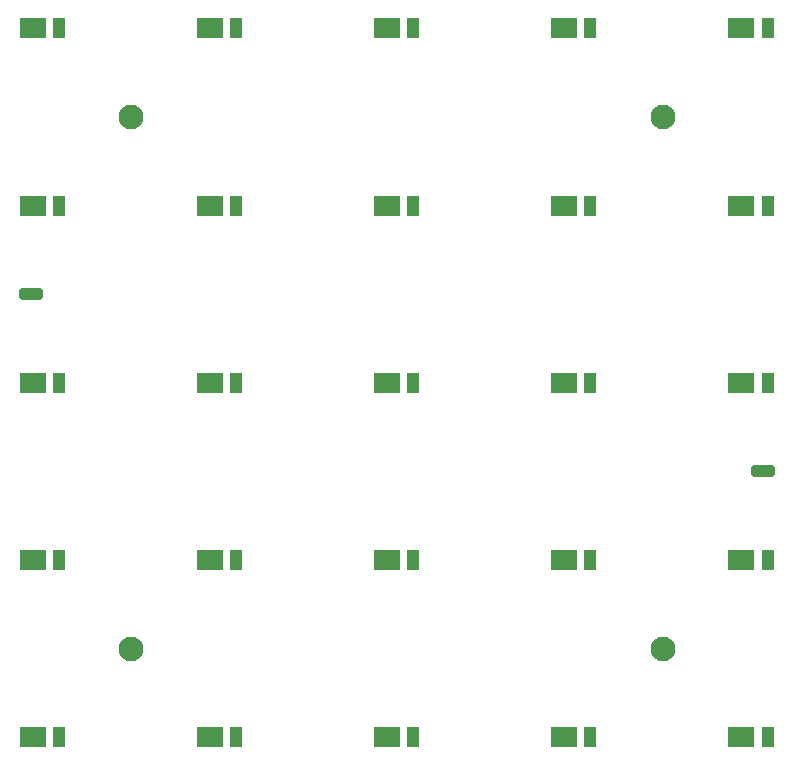
<source format=gts>
G04 #@! TF.GenerationSoftware,KiCad,Pcbnew,7.0.9*
G04 #@! TF.CreationDate,2024-01-01T14:08:29+01:00*
G04 #@! TF.ProjectId,LEDPcb,4c454450-6362-42e6-9b69-6361645f7063,rev?*
G04 #@! TF.SameCoordinates,Original*
G04 #@! TF.FileFunction,Soldermask,Top*
G04 #@! TF.FilePolarity,Negative*
%FSLAX46Y46*%
G04 Gerber Fmt 4.6, Leading zero omitted, Abs format (unit mm)*
G04 Created by KiCad (PCBNEW 7.0.9) date 2024-01-01 14:08:29*
%MOMM*%
%LPD*%
G01*
G04 APERTURE LIST*
G04 Aperture macros list*
%AMRoundRect*
0 Rectangle with rounded corners*
0 $1 Rounding radius*
0 $2 $3 $4 $5 $6 $7 $8 $9 X,Y pos of 4 corners*
0 Add a 4 corners polygon primitive as box body*
4,1,4,$2,$3,$4,$5,$6,$7,$8,$9,$2,$3,0*
0 Add four circle primitives for the rounded corners*
1,1,$1+$1,$2,$3*
1,1,$1+$1,$4,$5*
1,1,$1+$1,$6,$7*
1,1,$1+$1,$8,$9*
0 Add four rect primitives between the rounded corners*
20,1,$1+$1,$2,$3,$4,$5,0*
20,1,$1+$1,$4,$5,$6,$7,0*
20,1,$1+$1,$6,$7,$8,$9,0*
20,1,$1+$1,$8,$9,$2,$3,0*%
G04 Aperture macros list end*
%ADD10R,2.200000X1.800000*%
%ADD11R,1.100000X1.800000*%
%ADD12C,2.100000*%
%ADD13RoundRect,0.250000X-0.750000X-0.250000X0.750000X-0.250000X0.750000X0.250000X-0.750000X0.250000X0*%
G04 APERTURE END LIST*
D10*
X136605000Y-112550000D03*
D11*
X138845000Y-112550000D03*
D12*
X114950000Y-105050000D03*
D10*
X136605000Y-52550000D03*
D11*
X138845000Y-52550000D03*
D12*
X114950000Y-60050000D03*
D10*
X166605000Y-82550000D03*
D11*
X168845000Y-82550000D03*
D10*
X151605000Y-52550000D03*
D11*
X153845000Y-52550000D03*
D10*
X106605000Y-82550000D03*
D11*
X108845000Y-82550000D03*
D10*
X166605000Y-67550000D03*
D11*
X168845000Y-67550000D03*
D10*
X121605000Y-97550000D03*
D11*
X123845000Y-97550000D03*
D10*
X136605000Y-67550000D03*
D11*
X138845000Y-67550000D03*
D10*
X121605000Y-112550000D03*
D11*
X123845000Y-112550000D03*
D12*
X159950000Y-105050000D03*
D13*
X106450000Y-75050000D03*
D10*
X106605000Y-112550000D03*
D11*
X108845000Y-112550000D03*
D10*
X121605000Y-52550000D03*
D11*
X123845000Y-52550000D03*
D12*
X159950000Y-60050000D03*
D10*
X151605000Y-112550000D03*
D11*
X153845000Y-112550000D03*
D10*
X106605000Y-97550000D03*
D11*
X108845000Y-97550000D03*
D10*
X106605000Y-67550000D03*
D11*
X108845000Y-67550000D03*
D10*
X151605000Y-82550000D03*
D11*
X153845000Y-82550000D03*
D10*
X166605000Y-52550000D03*
D11*
X168845000Y-52550000D03*
D10*
X121605000Y-67550000D03*
D11*
X123845000Y-67550000D03*
D10*
X151605000Y-67550000D03*
D11*
X153845000Y-67550000D03*
D10*
X166605000Y-112550000D03*
D11*
X168845000Y-112550000D03*
D10*
X166605000Y-97550000D03*
D11*
X168845000Y-97550000D03*
D13*
X168450000Y-90050000D03*
D10*
X121605000Y-82550000D03*
D11*
X123845000Y-82550000D03*
D10*
X136605000Y-97550000D03*
D11*
X138845000Y-97550000D03*
D10*
X136605000Y-82550000D03*
D11*
X138845000Y-82550000D03*
D10*
X106605000Y-52550000D03*
D11*
X108845000Y-52550000D03*
D10*
X151605000Y-97550000D03*
D11*
X153845000Y-97550000D03*
M02*

</source>
